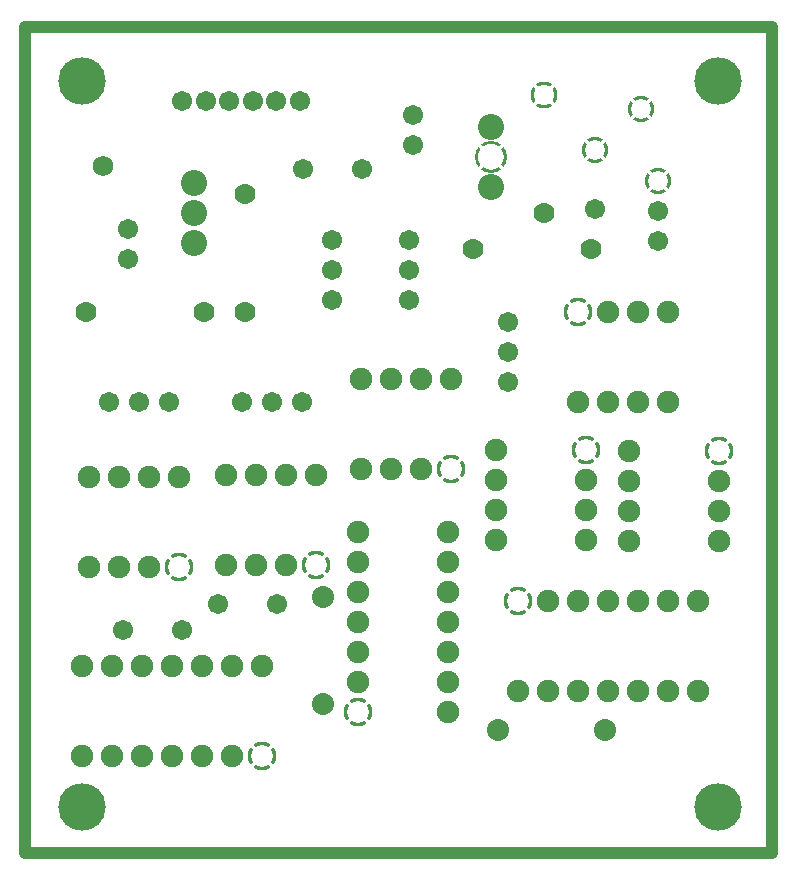
<source format=gbr>
%TF.GenerationSoftware,Altium Limited,Altium Designer,25.2.1 (25)*%
G04 Layer_Physical_Order=2*
G04 Layer_Color=32768*
%FSLAX45Y45*%
%MOMM*%
%TF.SameCoordinates,8691A9DC-F0AF-48AF-AEAD-F0BAF975D49B*%
%TF.FilePolarity,Negative*%
%TF.FileFunction,Copper,L2,Inr,Plane*%
%TF.Part,Single*%
G01*
G75*
%TA.AperFunction,NonConductor*%
%ADD26C,1.01600*%
%TA.AperFunction,ViaPad*%
%ADD27C,4.01600*%
%TA.AperFunction,ComponentPad*%
%ADD28C,1.71600*%
%ADD29C,1.91600*%
G04:AMPARAMS|DCode=30|XSize=2.424mm|YSize=2.424mm|CornerRadius=0mm|HoleSize=0mm|Usage=FLASHONLY|Rotation=0.000|XOffset=0mm|YOffset=0mm|HoleType=Round|Shape=Relief|Width=0.254mm|Gap=0.254mm|Entries=4|*
%AMTHD30*
7,0,0,2.42400,1.91600,0.25400,45*
%
%ADD30THD30*%
G04:AMPARAMS|DCode=31|XSize=2.224mm|YSize=2.224mm|CornerRadius=0mm|HoleSize=0mm|Usage=FLASHONLY|Rotation=0.000|XOffset=0mm|YOffset=0mm|HoleType=Round|Shape=Relief|Width=0.254mm|Gap=0.254mm|Entries=4|*
%AMTHD31*
7,0,0,2.22400,1.71600,0.25400,45*
%
%ADD31THD31*%
G04:AMPARAMS|DCode=32|XSize=2.274mm|YSize=2.274mm|CornerRadius=0mm|HoleSize=0mm|Usage=FLASHONLY|Rotation=0.000|XOffset=0mm|YOffset=0mm|HoleType=Round|Shape=Relief|Width=0.254mm|Gap=0.254mm|Entries=4|*
%AMTHD32*
7,0,0,2.27400,1.76600,0.25400,45*
%
%ADD32THD32*%
%ADD33C,1.76600*%
%ADD34C,2.21600*%
G04:AMPARAMS|DCode=35|XSize=2.724mm|YSize=2.724mm|CornerRadius=0mm|HoleSize=0mm|Usage=FLASHONLY|Rotation=0.000|XOffset=0mm|YOffset=0mm|HoleType=Round|Shape=Relief|Width=0.254mm|Gap=0.254mm|Entries=4|*
%AMTHD35*
7,0,0,2.72400,2.21600,0.25400,45*
%
%ADD35THD35*%
%ADD36C,1.86600*%
%TA.AperFunction,ViaPad*%
%ADD37C,1.72720*%
G04:AMPARAMS|DCode=38|XSize=2.2352mm|YSize=2.2352mm|CornerRadius=0mm|HoleSize=0mm|Usage=FLASHONLY|Rotation=0.000|XOffset=0mm|YOffset=0mm|HoleType=Round|Shape=Relief|Width=0.254mm|Gap=0.254mm|Entries=4|*
%AMTHD38*
7,0,0,2.23520,1.72720,0.25400,45*
%
%ADD38THD38*%
D26*
X8839200Y7480300D02*
Y14478000D01*
X2514600Y7480300D02*
X8839200D01*
X2514600D02*
Y14478000D01*
X8839200D01*
D27*
X2997200Y7874000D02*
D03*
X8382000D02*
D03*
Y14020799D02*
D03*
X2997200D02*
D03*
D28*
X3225800Y11303000D02*
D03*
X3479800D02*
D03*
X3733800D02*
D03*
X4843400Y13847200D02*
D03*
X4643400D02*
D03*
X4443400D02*
D03*
X4243400D02*
D03*
X4043400D02*
D03*
X3843400D02*
D03*
X5765800Y12166600D02*
D03*
Y12420600D02*
D03*
Y12674600D02*
D03*
X7873500Y12915900D02*
D03*
Y12661900D02*
D03*
X6604000Y11976100D02*
D03*
Y11722100D02*
D03*
Y11468100D02*
D03*
X5803900Y13476701D02*
D03*
Y13726698D02*
D03*
X3390900Y12513503D02*
D03*
Y12763500D02*
D03*
X7340600Y12932600D02*
D03*
X5368102Y13271500D02*
D03*
X4868098D02*
D03*
X4864100Y11303000D02*
D03*
X4610100D02*
D03*
X4356100D02*
D03*
X5118100Y12166600D02*
D03*
Y12420600D02*
D03*
Y12674600D02*
D03*
X3344098Y9372600D02*
D03*
X3844102D02*
D03*
X4148201Y9588500D02*
D03*
X4648200D02*
D03*
D29*
X8216900Y9613900D02*
D03*
X7962900D02*
D03*
X7708900D02*
D03*
X7454900D02*
D03*
X7200900D02*
D03*
X6946900D02*
D03*
X8216900Y8851900D02*
D03*
X7962900D02*
D03*
X7708900D02*
D03*
X7454900D02*
D03*
X7200900D02*
D03*
X6946900D02*
D03*
X6692900D02*
D03*
X7264400Y10134600D02*
D03*
Y10388600D02*
D03*
Y10642600D02*
D03*
X6502400Y10134600D02*
D03*
Y10388600D02*
D03*
Y10642600D02*
D03*
Y10896600D02*
D03*
X5359400Y10731500D02*
D03*
X5613400D02*
D03*
X5867400D02*
D03*
X5359400Y11493500D02*
D03*
X5613400D02*
D03*
X5867400D02*
D03*
X6121400D02*
D03*
X7632700Y10883900D02*
D03*
Y10629900D02*
D03*
Y10375900D02*
D03*
Y10121900D02*
D03*
X8394700Y10629900D02*
D03*
Y10375900D02*
D03*
Y10121900D02*
D03*
X7200900Y11303000D02*
D03*
X7454900D02*
D03*
X7708900D02*
D03*
X7962900D02*
D03*
X7454900Y12065000D02*
D03*
X7708900D02*
D03*
X7962900D02*
D03*
X3060700Y9906000D02*
D03*
X3314700D02*
D03*
X3568700D02*
D03*
X3060700Y10668000D02*
D03*
X3314700D02*
D03*
X3568700D02*
D03*
X3822700D02*
D03*
X4216400Y9918700D02*
D03*
X4470400D02*
D03*
X4724400D02*
D03*
X4216400Y10680700D02*
D03*
X4470400D02*
D03*
X4724400D02*
D03*
X4978400D02*
D03*
X4521200Y9067800D02*
D03*
X4267200D02*
D03*
X4013200D02*
D03*
X3759200D02*
D03*
X3505200D02*
D03*
X3251200D02*
D03*
X2997200D02*
D03*
X4267200Y8305800D02*
D03*
X4013200D02*
D03*
X3759200D02*
D03*
X3505200D02*
D03*
X3251200D02*
D03*
X2997200D02*
D03*
X5334000Y10198100D02*
D03*
Y9944100D02*
D03*
Y9690100D02*
D03*
Y9436100D02*
D03*
Y9182100D02*
D03*
Y8928100D02*
D03*
X6096000Y9944100D02*
D03*
Y9690100D02*
D03*
Y9436100D02*
D03*
Y9182100D02*
D03*
Y8928100D02*
D03*
Y8674100D02*
D03*
Y10198100D02*
D03*
D30*
X6692900Y9613900D02*
D03*
X7264400Y10896600D02*
D03*
X6121400Y10731500D02*
D03*
X8394700Y10883900D02*
D03*
X7200900Y12065000D02*
D03*
X3822700Y9906000D02*
D03*
X4978400Y9918700D02*
D03*
X4521200Y8305800D02*
D03*
X5334000Y8674100D02*
D03*
D31*
X7873500Y13169901D02*
D03*
X7340600Y13432600D02*
D03*
D32*
X6908800Y13898500D02*
D03*
D33*
Y12898502D02*
D03*
X4381499Y13060300D02*
D03*
Y12060302D02*
D03*
X4030599Y12065001D02*
D03*
X3030601D02*
D03*
X7307199Y12598400D02*
D03*
X6307201D02*
D03*
D34*
X6464300Y13119099D02*
D03*
Y13627100D02*
D03*
X3949700Y12649200D02*
D03*
Y12903200D02*
D03*
Y13157201D02*
D03*
D35*
X6464300Y13373100D02*
D03*
D36*
X7422302Y8521700D02*
D03*
X6522298D02*
D03*
X5041900Y8744798D02*
D03*
Y9644802D02*
D03*
D37*
X3175000Y13296899D02*
D03*
D38*
X7734300Y13779500D02*
D03*
%TF.MD5,e292396d729f9778184fe6fc699979b8*%
M02*

</source>
